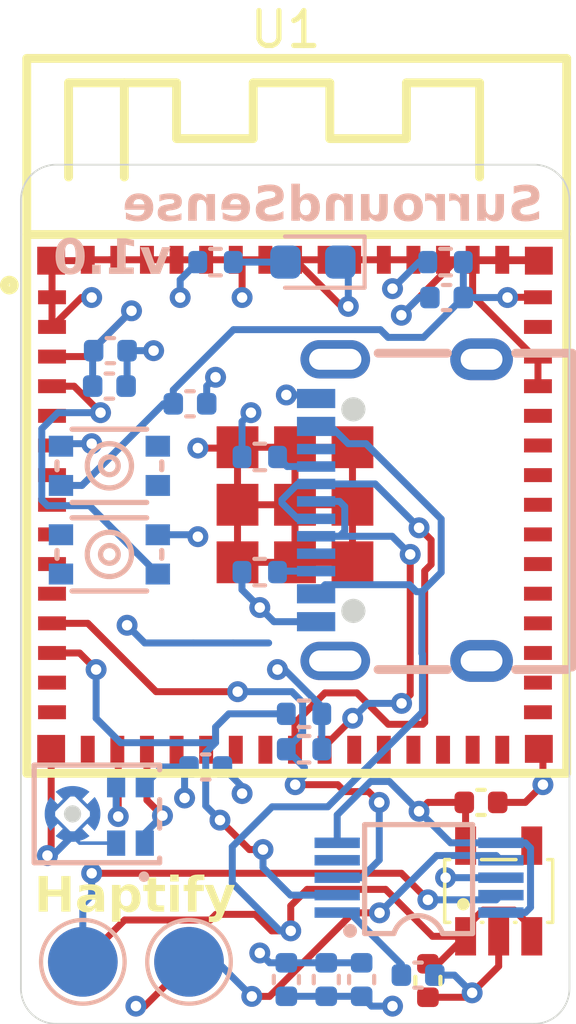
<source format=kicad_pcb>
(kicad_pcb (version 20240108) (generator "pcbnew") (generator_version "8.0")
  (layers (0 "F.Cu" signal) (1 "In1.Cu" signal) (2 "In2.Cu" signal) (31 "B.Cu" signal) (34 "B.Paste" user) (35 "F.Paste" user) (36 "B.SilkS" user "B.Silkscreen") (37 "F.SilkS" user "F.Silkscreen") (38 "B.Mask" user) (39 "F.Mask" user) (44 "Edge.Cuts" user))
  (net 0 "")
  (net 1 "GND")
  (net 2 "+3.3V")
  (net 3 "/en")
  (net 4 "Net-(U2-REG)")
  (net 5 "Net-(D1-A)")
  (net 6 "/out+")
  (net 7 "/out-")
  (net 8 "Net-(USB1-CC2)")
  (net 9 "Net-(USB1-CC1)")
  (net 10 "/sda")
  (net 11 "/scl")
  (net 12 "/boot")
  (net 13 "unconnected-(U1-IO21-Pad25)")
  (net 21 "/mic_data")
  (net 23 "/usb_p")
  (net 25 "/usb_n")
  (net 32 "/mic_clk")
  (net 52 "+5V")
  (footprint "TLV75533PDBVR:SOT-23-5_L3.0-W1.7-P0.95-LS2.8-BR" (layer "F.Cu") (at 141.986 97.282 -90)
    (property "Reference" "U3" (hide yes))
    (property "Value" "~")
  )
  (footprint "Capacitor_SMD:C_0402_1005Metric" (layer "F.Cu") (at 139.954 99.85 90)
    (property "Reference" "C10" (hide yes))
    (property "Value" "1uF" (hide yes))
  )
  (footprint "Capacitor_SMD:C_0402_1005Metric" (layer "F.Cu") (at 141.478 94.742)
    (property "Reference" "C11" (hide yes))
    (property "Value" "1uF" (hide yes))
  )
  (footprint "TestPoint:TestPoint_Pad_D2.0mm" (layer "F.Cu") (at 133.096 99.314 90)
    (property "Reference" "J4" (hide yes))
    (property "Value" "GND_IN" (hide yes))
  )
  (footprint "ESP32-S3-MINI-1-N8:BULETM-SMD_ESP32-S3-MINI-1-N8" (layer "F.Cu") (at 136.1385 86.207)
    (property "Reference" "U1")
    (property "Value" "2.4GHz" (hide yes))
  )
  (footprint "TestPoint:TestPoint_Pad_D2.0mm" (layer "F.Cu") (at 130.048 99.314 90)
    (property "Reference" "J3" (hide yes))
    (property "Value" "VIN" (hide yes))
  )
  (footprint "TestPoint:TestPoint_Pad_D2.0mm" (layer "B.Cu") (at 130.048 99.314 180)
    (property "Reference" "J2" (hide yes))
    (property "Value" "out_negative" (hide yes))
  )
  (footprint "Capacitor_SMD:C_0402_1005Metric" (layer "B.Cu") (at 130.838 81.788)
    (property "Reference" "C2" (hide yes))
    (property "Value" "22uF" (hide yes))
  )
  (footprint "Resistor_SMD:R_0402_1005Metric" (layer "B.Cu") (at 140.46 79.248 180)
    (property "Reference" "R3" (hide yes))
    (property "Value" "10k" (hide yes))
  )
  (footprint "Resistor_SMD:R_0402_1005Metric" (layer "B.Cu") (at 136.398 93.218)
    (property "Reference" "R5" (hide yes))
    (property "Value" "4.7k" (hide yes))
  )
  (footprint "Capacitor_SMD:C_0402_1005Metric" (layer "B.Cu") (at 137.036 99.822 90)
    (property "Reference" "C6" (hide yes))
    (property "Value" "1uF" (hide yes))
  )
  (footprint "TestPoint:TestPoint_Pad_D2.0mm" (layer "B.Cu") (at 133.096 99.314 180)
    (property "Reference" "J1" (hide yes))
    (property "Value" "out_positive" (hide yes))
  )
  (footprint "Resistor_SMD:R_0402_1005Metric" (layer "B.Cu") (at 135.128 84.836 180)
    (property "Reference" "R2" (hide yes))
    (property "Value" "5.1k" (hide yes))
  )
  (footprint "Resistor_SMD:R_0402_1005Metric" (layer "B.Cu") (at 133.856 79.248)
    (property "Reference" "R4" (hide yes))
    (property "Value" "100" (hide yes))
  )
  (footprint "DRV2605LDGSR:VSSOP-10_L3.0-W3.0-P0.50-LS4.9-BL" (layer "B.Cu") (at 139.7 96.901 90)
    (property "Reference" "U2" (hide yes))
    (property "Value" "~" (hide yes))
  )
  (footprint "TYPE-16-C:USB-C-SMD_TYPE-C-6PIN-2MD-073" (layer "B.Cu") (at 139.1195 86.36 -90)
    (property "Reference" "USB1" (hide yes))
    (property "Value" "~" (hide yes))
    (fp_poly (pts (xy -2.54 1.305) (xy -2.55713 1.413156) (xy -2.606844 1.510725) (xy -2.684275 1.588156) (xy -2.781844 1.63787) (xy -2.89 1.655) (xy -2.998156 1.63787) (xy -3.095725 1.588156) (xy -3.173156 1.510725) (xy -3.22287 1.413156) (xy -3.24 1.305) (xy -3.22287 1.196844) (xy -3.173156 1.099275) (xy -3.095725 1.021844) (xy -2.998156 0.97213) (xy -2.89 0.955) (xy -2.781844 0.97213) (xy -2.684275 1.021844) (xy -2.606844 1.099275) (xy -2.55713 1.196844)) (fill solid) (layer "Edge.Cuts"))
    (fp_poly (pts (xy 3.24 1.305) (xy 3.22287 1.413156) (xy 3.173156 1.510725) (xy 3.095725 1.588156) (xy 2.998156 1.63787) (xy 2.89 1.655) (xy 2.781844 1.63787) (xy 2.684275 1.588156) (xy 2.606844 1.510725) (xy 2.55713 1.413156) (xy 2.54 1.305) (xy 2.55713 1.196844) (xy 2.606844 1.099275) (xy 2.684275 1.021844) (xy 2.781844 0.97213) (xy 2.89 0.955) (xy 2.998156 0.97213) (xy 3.095725 1.021844) (xy 3.173156 1.099275) (xy 3.22287 1.196844)) (fill solid) (layer "Edge.Cuts"))
  )
  (footprint "Resistor_SMD:R_0402_1005Metric" (layer "B.Cu") (at 135.126 88.138 180)
    (property "Reference" "R1" (hide yes))
    (property "Value" "5.1k" (hide yes))
  )
  (footprint "Capacitor_SMD:C_0402_1005Metric" (layer "B.Cu") (at 133.576 93.726)
    (property "Reference" "C9" (hide yes))
    (property "Value" "100nF" (hide yes))
  )
  (footprint "Capacitor_SMD:C_0402_1005Metric" (layer "B.Cu") (at 130.81 82.804)
    (property "Reference" "C1" (hide yes))
    (property "Value" "100nF" (hide yes))
  )
  (footprint "TS2819A:SW-SMD_4P-L2.8-W1.9-P1.16-LS3.0" (layer "B.Cu") (at 130.81 85.09)
    (property "Reference" "SW1" (hide yes))
    (property "Value" "~" (hide yes))
  )
  (footprint "Capacitor_SMD:C_0402_1005Metric" (layer "B.Cu") (at 139.672 99.695 180)
    (property "Reference" "C8" (hide yes))
    (property "Value" "1uF" (hide yes))
  )
  (footprint "Capacitor_SMD:C_0402_1005Metric" (layer "B.Cu") (at 135.89 99.822 90)
    (property "Reference" "C5" (hide yes))
    (property "Value" "100nF" (hide yes))
  )
  (footprint "TS2819A:SW-SMD_4P-L2.8-W1.9-P1.16-LS3.0" (layer "B.Cu") (at 130.81 87.63 180)
    (property "Reference" "SW2" (hide yes))
    (property "Value" "~" (hide yes))
  )
  (footprint "Capacitor_SMD:C_0402_1005Metric" (layer "B.Cu") (at 133.124 83.312 180)
    (property "Reference" "C3" (hide yes))
    (property "Value" "100nF" (hide yes))
  )
  (footprint "Capacitor_SMD:C_0402_1005Metric" (layer "B.Cu") (at 138.052 99.822 90)
    (property "Reference" "C7" (hide yes))
    (property "Value" "10uF" (hide yes))
  )
  (footprint "LED_SMD:LED_0603_1608Metric" (layer "B.Cu") (at 136.652 79.248 180)
    (property "Reference" "D1" (hide yes))
    (property "Value" "LED" (hide yes))
  )
  (footprint "Capacitor_SMD:C_0402_1005Metric" (layer "B.Cu") (at 140.49 80.264)
    (property "Reference" "C4" (hide yes))
    (property "Value" "1uF" (hide yes))
  )
  (footprint "Resistor_SMD:R_0402_1005Metric" (layer "B.Cu") (at 136.398 92.202)
    (property "Reference" "R6" (hide yes))
    (property "Value" "4.7k" (hide yes))
  )
  (footprint "T3902:MIC-SMD_5P-L3.5-W2.7-TL_MMICT390200012" (layer "B.Cu") (at 130.4745 95.072 90)
    (property "Reference" "MIC1" (hide yes))
    (property "Value" "~" (hide yes))
    (fp_poly (pts (xy 0.25 -0.722) (xy 0.23097 -0.626329) (xy 0.176777 -0.545223) (xy 0.095671 -0.49103) (xy 0 -0.472) (xy -0.095671 -0.49103) (xy -0.176777 -0.545223) (xy -0.23097 -0.626329) (xy -0.25 -0.722) (xy -0.23097 -0.817671) (xy -0.176777 -0.898777) (xy -0.095671 -0.95297) (xy 0 -0.972) (xy 0.095671 -0.95297) (xy 0.176777 -0.898777) (xy 0.23097 -0.817671)) (fill solid) (layer "Edge.Cuts"))
  )
  (gr_arc (start 128.27 77.47) (mid 128.56758 76.75158) (end 129.286 76.454) (stroke (width 0.05)) (layer "Edge.Cuts"))
  (gr_line (start 144.018 100.076) (end 144.018 77.47) (stroke (width 0.05)) (layer "Edge.Cuts"))
  (gr_arc (start 129.286 101.092) (mid 128.56758 100.79442) (end 128.27 100.076) (stroke (width 0.05)) (layer "Edge.Cuts"))
  (gr_line (start 143.002 76.454) (end 129.286 76.454) (stroke (width 0.05)) (layer "Edge.Cuts"))
  (gr_line (start 128.27 77.47) (end 128.27 100.076) (stroke (width 0.05)) (layer "Edge.Cuts"))
  (gr_arc (start 143.002 76.454) (mid 143.72042 76.75158) (end 144.018 77.47) (stroke (width 0.05)) (layer "Edge.Cuts"))
  (gr_line (start 129.286 101.092) (end 143.002 101.092) (stroke (width 0.05)) (layer "Edge.Cuts"))
  (gr_arc (start 144.018 100.076) (mid 143.72042 100.79442) (end 143.002 101.092) (stroke (width 0.05)) (layer "Edge.Cuts"))
  (gr_text "SurroundSense" (at 143.256 78.232 -0) (layer "B.SilkS") (effects (font (size 1 1) (thickness 0.25) (bold yes)) (justify left bottom mirror)))
  (gr_text "v1.0" (at 132.588 79.756 0) (layer "B.SilkS") (effects (font (size 1 1) (thickness 0.25) (bold yes)) (justify left bottom mirror)))
  (gr_text "Haptify" (at 128.651 98.044 0) (layer "F.SilkS") (effects (font (size 1 1) (thickness 0.25) (bold yes)) (justify left bottom)))
  (segment (start 130.81 79.182) (end 131.0385 79.182) (width 0.2) (layer "F.Cu") (net 1))
  (segment (start 136.1385 86.207) (end 136.1385 87.857) (width 0.2) (layer "F.Cu") (net 1))
  (segment (start 134.4885 84.557) (end 136.1385 84.557) (width 0.2) (layer "F.Cu") (net 1))
  (segment (start 134.62 79.3635) (end 134.4385 79.182) (width 0.2) (layer "F.Cu") (net 1))
  (segment (start 130.302 80.264) (end 130.0065 80.264) (width 0.2) (layer "F.Cu") (net 1))
  (segment (start 133.35 84.582) (end 134.4635 84.582) (width 0.2) (layer "F.Cu") (net 1))
  (segment (start 134.4885 86.207) (end 136.1385 86.207) (width 0.2) (layer "F.Cu") (net 1))
  (segment (start 129.1635 81.107) (end 129.1635 80.257) (width 0.2) (layer "F.Cu") (net 1))
  (segment (start 137.7885 86.207) (end 137.7885 84.557) (width 0.2) (layer "F.Cu") (net 1))
  (segment (start 136.1385 84.557) (end 136.1385 86.207) (width 0.2) (layer "F.Cu") (net 1))
  (segment (start 133.096 99.314) (end 131.826 100.584) (width 0.2) (layer "F.Cu") (net 1))
  (segment (start 129.1635 80.257) (end 129.1635 79.232) (width 0.2) (layer "F.Cu") (net 1))
  (segment (start 143.1135 79.182) (end 143.1385 79.207) (width 0.2) (layer "F.Cu") (net 1))
  (segment (start 141.986 99.441) (end 141.224 100.203) (width 0.2) (layer "F.Cu") (net 1))
  (segment (start 143.1135 82.807) (end 143.1135 81.957) (width 0.2) (layer "F.Cu") (net 1))
  (segment (start 129.1385 96.1595) (end 129.032 96.266) (width 0.2) (layer "F.Cu") (net 1))
  (segment (start 134.4635 84.582) (end 134.4885 84.557) (width 0.2) (layer "F.Cu") (net 1))
  (segment (start 142.989292 81.957) (end 141.2385 80.206208) (width 0.2) (layer "F.Cu") (net 1))
  (segment (start 141.097 100.33) (end 141.224 100.203) (width 0.2) (layer "F.Cu") (net 1))
  (segment (start 141.986 98.582) (end 141.986 99.441) (width 0.2) (layer "F.Cu") (net 1))
  (segment (start 141.2385 80.206208) (end 141.2385 79.182) (width 0.2) (layer "F.Cu") (net 1))
  (segment (start 139.954 100.33) (end 141.097 100.33) (width 0.2) (layer "F.Cu") (net 1))
  (segment (start 136.1385 87.857) (end 134.4885 87.857) (width 0.2) (layer "F.Cu") (net 1))
  (segment (start 143.1135 81.957) (end 142.989292 81.957) (width 0.2) (layer "F.Cu") (net 1))
  (segment (start 136.1385 86.207) (end 137.7885 86.207) (width 0.2) (layer "F.Cu") (net 1))
  (segment (start 143.256 93.3245) (end 143.1385 93.207) (width 0.2) (layer "F.Cu") (net 1))
  (segment (start 129.1635 79.232) (end 129.1385 79.207) (width 0.2) (layer "F.Cu") (net 1))
  (segment (start 142.748 94.742) (end 143.256 94.234) (width 0.2) (layer "F.Cu") (net 1))
  (segment (start 137.668 80.518) (end 137.4745 80.518) (width 0.2) (layer "F.Cu") (net 1))
  (segment (start 137.7885 87.857) (end 137.7885 86.207) (width 0.2) (layer "F.Cu") (net 1))
  (segment (start 130.0065 80.264) (end 129.1635 81.107) (width 0.2) (layer "F.Cu") (net 1))
  (segment (start 137.7885 84.557) (end 136.1385 84.557) (width 0.2) (layer "F.Cu") (net 1))
  (segment (start 137.4745 80.518) (end 136.1385 79.182) (width 0.2) (layer "F.Cu") (net 1))
  (segment (start 134.4885 86.207) (end 134.4885 84.557) (width 0.2) (layer "F.Cu") (net 1))
  (segment (start 130.81 79.182) (end 131.8885 79.182) (width 0.2) (layer "F.Cu") (net 1))
  (segment (start 130.1885 79.182) (end 130.81 79.182) (width 0.2) (layer "F.Cu") (net 1))
  (segment (start 129.1385 79.207) (end 130.1635 79.207) (width 0.2) (layer "F.Cu") (net 1))
  (segment (start 131.826 100.584) (end 131.572 100.584) (width 0.2) (layer "F.Cu") (net 1))
  (segment (start 141.958 94.742) (end 142.748 94.742) (width 0.2) (layer "F.Cu") (net 1))
  (segment (start 140.757 79.207) (end 143.1385 79.207) (width 0.2) (layer "F.Cu") (net 1))
  (segment (start 129.1385 93.207) (end 129.1385 96.1595) (width 0.2) (layer "F.Cu") (net 1))
  (segment (start 136.1385 87.857) (end 137.7885 87.857) (width 0.2) (layer "F.Cu") (net 1))
  (segment (start 139.192 80.772) (end 140.757 79.207) (width 0.2) (layer "F.Cu") (net 1))
  (segment (start 143.256 94.234) (end 143.256 93.3245) (width 0.2) (layer "F.Cu") (net 1))
  (segment (start 130.1635 79.207) (end 130.1885 79.182) (width 0.2) (layer "F.Cu") (net 1))
  (segment (start 131.8885 79.182) (end 143.1135 79.182) (width 0.2) (layer "F.Cu") (net 1))
  (segment (start 134.62 80.264) (end 134.62 79.3635) (width 0.2) (layer "F.Cu") (net 1))
  (segment (start 134.4885 87.857) (end 134.4885 86.207) (width 0.2) (layer "F.Cu") (net 1))
  (via (at 131.572 100.584) (size 0.6) (drill 0.3) (layers "F.Cu" "B.Cu") (net 1))
  (via (at 137.668 80.518) (size 0.6) (drill 0.3) (layers "F.Cu" "B.Cu") (net 1))
  (via (at 140.462 96.901) (size 0.6) (drill 0.3) (layers "F.Cu" "B.Cu") (net 1))
  (via (at 130.302 80.264) (size 0.6) (drill 0.3) (layers "F.Cu" "B.Cu") (net 1))
  (via (at 134.62 94.488) (size 0.6) (drill 0.3) (layers "F.Cu" "B.Cu") (net 1))
  (via (at 129.032 96.266) (size 0.6) (drill 0.3) (layers "F.Cu" "B.Cu") (net 1))
  (via (at 141.224 100.203) (size 0.6) (drill 0.3) (layers "F.Cu" "B.Cu") (net 1))
  (via (at 135.89 83.058) (size 0.6) (drill 0.3) (layers "F.Cu" "B.Cu") (net 1))
  (via (at 143.256 94.234) (size 0.6) (drill 0.3) (layers "F.Cu" "B.Cu") (net 1))
  (via (at 135.128 99.06) (size 0.6) (drill 0.3) (layers "F.Cu" "B.Cu") (net 1))
  (via (at 133.35 84.582) (size 0.6) (drill 0.3) (layers "F.Cu" "B.Cu") (net 1))
  (via (at 135.128 89.154) (size 0.6) (drill 0.3) (layers "F.Cu" "B.Cu") (net 1))
  (via (at 139.192 80.772) (size 0.6) (drill 0.3) (layers "F.Cu" "B.Cu") (net 1))
  (via (at 133.858 82.55) (size 0.6) (drill 0.3) (layers "F.Cu" "B.Cu") (net 1))
  (via (at 130.302 84.455) (size 0.6) (drill 0.3) (layers "F.Cu" "B.Cu") (net 1))
  (via (at 134.62 80.264) (size 0.6) (drill 0.3) (layers "F.Cu" "B.Cu") (net 1))
  (via (at 132.08 81.788) (size 0.6) (drill 0.3) (layers "F.Cu" "B.Cu") (net 1))
  (via (at 134.874 83.566) (size 0.6) (drill 0.3) (layers "F.Cu" "B.Cu") (net 1))
  (via (at 133.35 87.122) (size 0.6) (drill 0.3) (layers "F.Cu" "B.Cu") (net 1))
  (segment (start 129.7575 94.4425) (end 129.7475 94.4425) (width 0.1) (layer "B.Cu") (net 1))
  (segment (start 135.41 99.342) (end 135.128 99.06) (width 0.2) (layer "B.Cu") (net 1))
  (segment (start 134.618 84.836) (end 134.618 83.822) (width 0.2) (layer "B.Cu") (net 1))
  (segment (start 129.9555 95.91) (end 131.004 95.91) (width 0.1) (layer "B.Cu") (net 1))
  (segment (start 131.318 81.788) (end 131.318 82.776) (width 0.2) (layer "B.Cu") (net 1))
  (segment (start 137.036 99.342) (end 138.052 99.342) (width 0.2) (layer "B.Cu") (net 1))
  (segment (start 134.618 83.822) (end 134.874 83.566) (width 0.2) (layer "B.Cu") (net 1))
  (segment (start 133.295 87.067) (end 133.35 87.122) (width 0.2) (layer "B.Cu") (net 1))
  (segment (start 130.3815 95.077) (end 130.3815 95.0665) (width 0.1) (layer "B.Cu") (net 1))
  (segment (start 140.01 80.264) (end 139.7 80.264) (width 0.2) (layer "B.Cu") (net 1))
  (segment (start 129.032 96.266) (end 129.1825 96.266) (width 0.2) (layer "B.Cu") (net 1))
  (segment (start 129.757 95.7015) (end 130.3815 95.077) (width 0.1) (layer "B.Cu") (net 1))
  (segment (start 130.302 84.455) (end 129.492 84.455) (width 0.2) (layer "B.Cu") (net 1))
  (segment (start 131.318 82.776) (end 131.29 82.804) (width 0.2) (layer "B.Cu") (net 1))
  (segment (start 135.534 89.56) (end 135.128 89.154) (width 0.2) (layer "B.Cu") (net 1))
  (segment (start 135.89 99.342) (end 135.41 99.342) (width 0.2) (layer "B.Cu") (net 1))
  (segment (start 134.62 94.488) (end 134.62 94.29) (width 0.2) (layer "B.Cu") (net 1))
  (segment (start 134.616 88.642) (end 135.128 89.154) (width 0.2) (layer "B.Cu") (net 1))
  (segment (start 136.7445 89.56) (end 135.534 89.56) (width 0.2) (layer "B.Cu") (net 1))
  (segment (start 136.652 90.678) (end 136.675 90.701) (width 0.2) (layer "B.Cu") (net 1))
  (segment (start 132.2 87.067) (end 133.295 87.067) (width 0.2) (layer "B.Cu") (net 1))
  (segment (start 129.1825 96.266) (end 129.747 95.7015) (width 0.2) (layer "B.Cu") (net 1))
  (segment (start 133.604 82.804) (end 133.858 82.55) (width 0.2) (layer "B.Cu") (net 1))
  (segment (start 136.715 83.058) (end 136.817 83.16) (width 0.2) (layer "B.Cu") (net 1))
  (segment (start 137.668 79.4765) (end 137.4395 79.248) (width 0.2) (layer "B.Cu") (net 1))
  (segment (start 129.123 95.067) (end 129.123 95.0775) (width 0.1) (layer "B.Cu") (net 1))
  (segment (start 129.747 95.7015) (end 129.9555 95.91) (width 0.1) (layer "B.Cu") (net 1))
  (segment (start 140.152 99.695) (end 140.716 99.695) (width 0.2) (layer "B.Cu") (net 1))
  (segment (start 135.89 83.058) (end 136.715 83.058) (width 0.2) (layer "B.Cu") (net 1))
  (segment (start 137.668 80.518) (end 137.668 79.4765) (width 0.2) (layer "B.Cu") (net 1))
  (segment (start 130.3815 95.0665) (end 129.7575 94.4425) (width 0.1) (layer "B.Cu") (net 1))
  (segment (start 131.318 81.788) (end 132.08 81.788) (width 0.2) (layer "B.Cu") (net 1))
  (segment (start 134.616 88.138) (end 134.616 88.642) (width 0.2) (layer "B.Cu") (net 1))
  (segment (start 136.675 90.701) (end 136.675 90.99566) (width 0.2) (layer "B.Cu") (net 1))
  (segment (start 129.123 95.0775) (end 129.747 95.7015) (width 0.1) (layer "B.Cu") (net 1))
  (segment (start 140.716 99.695) (end 141.224 100.203) (width 0.2) (layer "B.Cu") (net 1))
  (segment (start 142.547 96.901) (end 140.462 96.901) (width 0.2) (layer "B.Cu") (net 1))
  (segment (start 133.604 83.312) (end 133.604 82.804) (width 0.2) (layer "B.Cu") (net 1))
  (segment (start 134.62 94.29) (end 134.056 93.726) (width 0.2) (layer "B.Cu") (net 1))
  (segment (start 129.492 84.455) (end 129.42 84.527) (width 0.2) (layer "B.Cu") (net 1))
  (segment (start 129.7475 94.4425) (end 129.123 95.067) (width 0.1) (layer "B.Cu") (net 1))
  (segment (start 135.89 99.342) (end 137.036 99.342) (width 0.2) (layer "B.Cu") (net 1))
  (segment (start 139.7 80.264) (end 139.192 80.772) (width 0.2) (layer "B.Cu") (net 1))
  (segment (start 142.05 96.901) (end 142.547 96.901) (width 0.2) (layer "B.Cu") (net 1))
  (segment (start 129.747 95.7015) (end 129.757 95.7015) (width 0.1) (layer "B.Cu") (net 1))
  (segment (start 131.445 80.645) (end 130.133 81.957) (width 0.2) (layer "F.Cu") (net 2))
  (segment (start 140.998 94.742) (end 139.954 94.742) (width 0.2) (layer "F.Cu") (net 2))
  (segment (start 141.036 94.78) (end 140.998 94.742) (width 0.2) (layer "F.Cu") (net 2))
  (segment (start 139.954 94.742) (end 139.7 94.996) (width 0.2) (layer "F.Cu") (net 2))
  (segment (start 141.036 95.982) (end 141.036 94.78) (width 0.2) (layer "F.Cu") (net 2))
  (segment (start 130.133 81.957) (end 129.1635 81.957) (width 0.2) (layer "F.Cu") (net 2))
  (via (at 131.445 80.645) (size 0.6) (drill 0.3) (layers "F.Cu" "B.Cu") (net 2))
  (via (at 131.318 89.662) (size 0.6) (drill 0.3) (layers "F.Cu" "B.Cu") (net 2))
  (via (at 138.938 80.01) (size 0.6) (drill 0.3) (layers "F.Cu" "B.Cu") (net 2))
  (via (at 135.636 90.932) (size 0.6) (drill 0.3) (layers "F.Cu" "B.Cu") (net 2))
  (via (at 132.842 80.264) (size 0.6) (drill 0.3) (layers "F.Cu" "B.Cu") (net 2))
  (via (at 132.969 94.615) (size 0.6) (drill 0.3) (layers "F.Cu" "B.Cu") (net 2))
  (via (at 138.938 100.584) (size 0.6) (drill 0.3) (layers "F.Cu" "B.Cu") (net 2))
  (via (at 139.7 94.996) (size 0.6) (drill 0.3) (layers "F.Cu" "B.Cu") (net 2))
  (segment (start 136.908 92.202) (end 136.908 93.218) (width 0.2) (layer "B.Cu") (net 2))
  (segment (start 142.9 96.051) (end 142.75 95.901) (width 0.2) (layer "B.Cu") (net 2))
  (segment (start 137.35 95.100471) (end 138.308471 94.142) (width 0.2) (layer "B.Cu") (net 2))
  (segment (start 142.75 95.901) (end 142.05 95.901) (width 0.2) (layer "B.Cu") (net 2))
  (segment (start 132.842 79.752) (end 133.346 79.248) (width 0.2) (layer "B.Cu") (net 2))
  (segment (start 138.846 94.142) (end 139.7 94.996) (width 0.2) (layer "B.Cu") (net 2))
  (segment (start 138.308471 94.142) (end 138.846 94.142) (width 0.2) (layer "B.Cu") (net 2))
  (segment (start 132.842 80.264) (end 132.842 79.752) (width 0.2) (layer "B.Cu") (net 2))
  (segment (start 138.938 100.584) (end 138.334 100.584) (width 0.2) (layer "B.Cu") (net 2))
  (segment (start 142.9 97.751) (end 142.9 96.051) (width 0.2) (layer "B.Cu") (net 2))
  (segment (start 132.334 93.726) (end 131.826 94.234) (width 0.2) (layer "B.Cu") (net 2))
  (segment (start 133.22 90.17) (end 134.366 90.17) (width 0.2) (layer "B.Cu") (net 2))
  (segment (start 137.35 95.901) (end 137.35 95.100471) (width 0.2) (layer "B.Cu") (net 2))
  (segment (start 131.826 90.17) (end 133.22 90.17) (width 0.2) (layer "B.Cu") (net 2))
  (segment (start 138.334 100.584) (end 138.052 100.302) (width 0.2) (layer "B.Cu") (net 2))
  (segment (start 132.969 93.853) (end 133.096 93.726) (width 0.2) (layer "B.Cu") (net 2))
  (segment (start 130.33 81.76) (end 130.33 82.804) (width 0.2) (layer "B.Cu") (net 2))
  (segment (start 133.096 93.726) (end 132.334 93.726) (width 0.2) (layer "B.Cu") (net 2))
  (segment (start 131.445 80.645) (end 130.33 81.76) (width 0.2) (layer "B.Cu") (net 2))
  (segment (start 137.036 100.302) (end 138.052 100.302) (width 0.2) (layer "B.Cu") (net 2))
  (segment (start 132.969 94.615) (end 132.969 93.853) (width 0.2) (layer "B.Cu") (net 2))
  (segment (start 135.636 90.932) (end 135.839514 90.932) (width 0.2) (layer "B.Cu") (net 2))
  (segment (start 131.318 89.662) (end 131.826 90.17) (width 0.2) (layer "B.Cu") (net 2))
  (segment (start 139.7 79.248) (end 138.938 80.01) (width 0.2) (layer "B.Cu") (net 2))
  (segment (start 136.908 92.000486) (end 136.908 92.202) (width 0.2) (layer "B.Cu") (net 2))
  (segment (start 140.605 95.901) (end 139.7 94.996) (width 0.2) (layer "B.Cu") (net 2))
  (segment (start 135.89 100.302) (end 137.036 100.302) (width 0.2) (layer "B.Cu") (net 2))
  (segment (start 142.05 97.901) (end 142.75 97.901) (width 0.2) (layer "B.Cu") (net 2))
  (segment (start 134.366 90.17) (end 135.382 90.17) (width 0.2) (layer "B.Cu") (net 2))
  (segment (start 142.05 95.901) (end 140.605 95.901) (width 0.2) (layer "B.Cu") (net 2))
  (segment (start 142.75 97.901) (end 142.9 97.751) (width 0.2) (layer "B.Cu") (net 2))
  (segment (start 135.839514 90.932) (end 136.908 92.000486) (width 0.2) (layer "B.Cu") (net 2))
  (segment (start 139.95 79.248) (end 139.7 79.248) (width 0.2) (layer "B.Cu") (net 2))
  (segment (start 143.1135 80.257) (end 142.247 80.257) (width 0.2) (layer "F.Cu") (net 3))
  (segment (start 142.247 80.257) (end 142.24 80.264) (width 0.2) (layer "F.Cu") (net 3))
  (via (at 142.24 80.264) (size 0.6) (drill 0.3) (layers "F.Cu" "B.Cu") (net 3))
  (segment (start 142.24 80.264) (end 140.97 80.264) (width 0.2) (layer "B.Cu") (net 3))
  (segment (start 138.589 81.185) (end 138.811 81.407) (width 0.2) (layer "B.Cu") (net 3))
  (segment (start 132.644 82.915471) (end 134.374471 81.185) (width 0.2) (layer "B.Cu") (net 3))
  (segment (start 139.827 81.407) (end 140.97 80.264) (width 0.2) (layer "B.Cu") (net 3))
  (segment (start 140.97 80.264) (end 140.97 79.248) (width 0.2) (layer "B.Cu") (net 3))
  (segment (start 132.644 83.312) (end 132.364001 83.312) (width 0.2) (layer "B.Cu") (net 3))
  (segment (start 132.644 83.312) (end 132.644 82.915471) (width 0.2) (layer "B.Cu") (net 3))
  (segment (start 132.364001 83.312) (end 130.023001 85.653) (width 0.2) (layer "B.Cu") (net 3))
  (segment (start 134.374471 81.185) (end 138.589 81.185) (width 0.2) (layer "B.Cu") (net 3))
  (segment (start 130.023001 85.653) (end 129.42 85.653) (width 0.2) (layer "B.Cu") (net 3))
  (segment (start 138.811 81.407) (end 139.827 81.407) (width 0.2) (layer "B.Cu") (net 3))
  (segment (start 137.707999 97.901) (end 137.35 97.901) (width 0.2) (layer "B.Cu") (net 4))
  (segment (start 139.192 99.385001) (end 137.707999 97.901) (width 0.2) (layer "B.Cu") (net 4))
  (segment (start 139.192 99.695) (end 139.192 99.385001) (width 0.2) (layer "B.Cu") (net 4))
  (segment (start 134.366 79.248) (end 135.8645 79.248) (width 0.2) (layer "B.Cu") (net 5))
  (segment (start 134.898805 100.305196) (end 135.406804 100.305196) (width 0.2) (layer "F.Cu") (net 6))
  (segment (start 135.406804 100.305196) (end 137.803054 97.908946) (width 0.2) (layer "F.Cu") (net 6))
  (segment (start 137.803054 97.908946) (end 138.565054 97.908946) (width 0.2) (layer "F.Cu") (net 6))
  (segment (start 134.898805 100.305195) (end 134.898805 100.305196) (width 0.2) (layer "F.Cu") (net 6))
  (via (at 138.565054 97.908946) (size 0.6) (drill 0.3) (layers "F.Cu" "B.Cu") (net 6))
  (via (at 134.898805 100.305195) (size 0.6) (drill 0.3) (layers "F.Cu" "B.Cu") (net 6))
  (segment (start 133.90761 99.314) (end 133.096 99.314) (width 0.2) (layer "B.Cu") (net 6))
  (segment (start 134.898805 100.305195) (end 133.90761 99.314) (width 0.2) (layer "B.Cu") (net 6))
  (segment (start 142.05 96.401) (end 141.915 96.266) (width 0.2) (layer "B.Cu") (net 6))
  (segment (start 140.208 96.266) (end 138.565054 97.908946) (width 0.2) (layer "B.Cu") (net 6))
  (segment (start 141.915 96.266) (end 140.208 96.266) (width 0.2) (layer "B.Cu") (net 6))
  (segment (start 139.192 96.774) (end 130.302 96.774) (width 0.2) (layer "F.Cu") (net 7))
  (segment (start 139.954 97.536) (end 139.192 96.774) (width 0.2) (layer "F.Cu") (net 7))
  (via (at 139.954 97.536) (size 0.6) (drill 0.3) (layers "F.Cu" "B.Cu") (net 7))
  (via (at 130.302 96.774) (size 0.6) (drill 0.3) (layers "F.Cu" "B.Cu") (net 7))
  (segment (start 139.954 97.536) (end 141.915 97.536) (width 0.2) (layer "B.Cu") (net 7))
  (segment (start 130.302 97.409) (end 130.048 97.663) (width 0.2) (layer "B.Cu") (net 7))
  (segment (start 130.048 97.663) (end 130.048 99.314) (width 0.2) (layer "B.Cu") (net 7))
  (segment (start 141.915 97.536) (end 142.05 97.401) (width 0.2) (layer "B.Cu") (net 7))
  (segment (start 130.302 96.774) (end 130.302 97.409) (width 0.2) (layer "B.Cu") (net 7))
  (segment (start 136.817 88.11) (end 135.664 88.11) (width 0.2) (layer "B.Cu") (net 8))
  (segment (start 135.664 88.11) (end 135.636 88.138) (width 0.2) (layer "B.Cu") (net 8))
  (segment (start 135.638 84.836) (end 135.912 85.11) (width 0.2) (layer "B.Cu") (net 9))
  (segment (start 135.912 85.11) (end 136.817 85.11) (width 0.2) (layer "B.Cu") (net 9))
  (segment (start 137.564236 94.432) (end 137.366236 94.234) (width 0.2) (layer "F.Cu") (net 10))
  (segment (start 138.247 94.432) (end 137.564236 94.432) (width 0.2) (layer "F.Cu") (net 10))
  (segment (start 134.493 91.567) (end 132.152107 91.567) (width 0.2) (layer "F.Cu") (net 10))
  (segment (start 138.557 94.742) (end 138.247 94.432) (width 0.2) (layer "F.Cu") (net 10))
  (segment (start 130.192107 89.607) (end 129.1635 89.607) (width 0.2) (layer "F.Cu") (net 10))
  (segment (start 137.366236 94.234) (end 136.144 94.234) (width 0.2) (layer "F.Cu") (net 10))
  (segment (start 132.152107 91.567) (end 130.192107 89.607) (width 0.2) (layer "F.Cu") (net 10))
  (via (at 134.493 91.567) (size 0.6) (drill 0.3) (layers "F.Cu" "B.Cu") (net 10))
  (via (at 138.557 94.742) (size 0.6) (drill 0.3) (layers "F.Cu" "B.Cu") (net 10))
  (via (at 136.144 94.234) (size 0.6) (drill 0.3) (layers "F.Cu" "B.Cu") (net 10))
  (segment (start 136.358 91.874498) (end 136.050502 91.567) (width 0.2) (layer "B.Cu") (net 10))
  (segment (start 136.408 93.738) (end 135.888 93.218) (width 0.2) (layer "B.Cu") (net 10))
  (segment (start 136.408 93.97) (end 136.408 93.738) (width 0.2) (layer "B.Cu") (net 10))
  (segment (start 138.05 96.901) (end 137.35 96.901) (width 0.2) (layer "B.Cu") (net 10))
  (segment (start 136.358 92.748) (end 136.358 91.874498) (width 0.2) (layer "B.Cu") (net 10))
  (segment (start 138.557 96.394) (end 138.557 94.742) (width 0.2) (layer "B.Cu") (net 10))
  (segment (start 136.144 94.234) (end 136.408 93.97) (width 0.2) (layer "B.Cu") (net 10))
  (segment (start 138.05 96.901) (end 138.557 96.394) (width 0.2) (layer "B.Cu") (net 10))
  (segment (start 136.050502 91.567) (end 134.493 91.567) (width 0.2) (layer "B.Cu") (net 10))
  (segment (start 135.888 93.218) (end 136.358 92.748) (width 0.2) (layer "B.Cu") (net 10))
  (segment (start 133.985 95.25) (end 134.829388 96.094388) (width 0.2) (layer "F.Cu") (net 11))
  (segment (start 129.954 90.457) (end 129.1635 90.457) (width 0.2) (layer "F.Cu") (net 11))
  (segment (start 130.429 90.932) (end 129.954 90.457) (width 0.2) (layer "F.Cu") (net 11))
  (segment (start 134.829388 96.094388) (end 135.220144 96.094388) (width 0.2) (layer "F.Cu") (net 11))
  (via (at 135.220144 96.094388) (size 0.6) (drill 0.3) (layers "F.Cu" "B.Cu") (net 11))
  (via (at 133.985 95.25) (size 0.6) (drill 0.3) (layers "F.Cu" "B.Cu") (net 11))
  (via (at 130.429 90.932) (size 0.6) (drill 0.3) (layers "F.Cu" "B.Cu") (net 11))
  (segment (start 136.009 97.401) (end 137.35 97.401) (width 0.2) (layer "B.Cu") (net 11))
  (segment (start 135.220144 96.094388) (end 135.220144 96.612144) (width 0.2) (layer "B.Cu") (net 11))
  (segment (start 135.888 92.202) (end 134.239 92.202) (width 0.2) (layer "B.Cu") (net 11))
  (segment (start 135.220144 96.612144) (end 136.009 97.401) (width 0.2) (layer "B.Cu") (net 11))
  (segment (start 133.858 92.583) (end 133.858 93.03) (width 0.2) (layer "B.Cu") (net 11))
  (segment (start 133.576 93.312) (end 133.858 93.03) (width 0.2) (layer "B.Cu") (net 11))
  (segment (start 133.576 94.841) (end 133.576 93.312) (width 0.2) (layer "B.Cu") (net 11))
  (segment (start 131.13 93.03) (end 133.858 93.03) (width 0.2) (layer "B.Cu") (net 11))
  (segment (start 130.429 90.932) (end 130.429 92.329) (width 0.2) (layer "B.Cu") (net 11))
  (segment (start 133.985 95.25) (end 133.576 94.841) (width 0.2) (layer "B.Cu") (net 11))
  (segment (start 130.429 92.329) (end 131.13 93.03) (width 0.2) (layer "B.Cu") (net 11))
  (segment (start 134.239 92.202) (end 133.858 92.583) (width 0.2) (layer "B.Cu") (net 11))
  (segment (start 130.556 83.566) (end 129.797 82.807) (width 0.2) (layer "F.Cu") (net 12))
  (segment (start 129.797 82.807) (end 129.1635 82.807) (width 0.2) (layer "F.Cu") (net 12))
  (via (at 130.556 83.566) (size 0.6) (drill 0.3) (layers "F.Cu" "B.Cu") (net 12))
  (segment (start 128.87 86.071) (end 129.032 86.233) (width 0.2) (layer "B.Cu") (net 12))
  (segment (start 129.331 83.566) (end 128.87 84.027) (width 0.2) (layer "B.Cu") (net 12))
  (segment (start 130.24 86.233) (end 132.2 88.193) (width 0.2) (layer "B.Cu") (net 12))
  (segment (start 129.032 86.233) (end 130.24 86.233) (width 0.2) (layer "B.Cu") (net 12))
  (segment (start 130.556 83.566) (end 129.331 83.566) (width 0.2) (layer "B.Cu") (net 12))
  (segment (start 128.87 84.027) (end 128.87 86.071) (width 0.2) (layer "B.Cu") (net 12))
  (segment (start 137.8385 93.232) (end 137.8385 93.382) (width 0.2) (layer "F.Cu") (net 13))
  (segment (start 131.8885 94.6775) (end 131.8885 93.232) (width 0.2) (layer "F.Cu") (net 21))
  (segment (start 132.334 95.123) (end 131.8885 94.6775) (width 0.2) (layer "F.Cu") (net 21))
  (via (at 132.334 95.123) (size 0.6) (drill 0.3) (layers "F.Cu" "B.Cu") (net 21))
  (segment (start 132.334 95.123) (end 131.826 95.631) (width 0.2) (layer "B.Cu") (net 21))
  (segment (start 131.826 95.631) (end 131.826 95.91) (width 0.2) (layer "B.Cu") (net 21))
  (segment (start 139.197705 91.901822) (end 139.446 91.653527) (width 0.2) (layer "F.Cu") (net 23))
  (segment (start 139.399822 91.901822) (end 139.197705 91.901822) (width 0.2) (layer "F.Cu") (net 23))
  (segment (start 137.795 92.329) (end 136.9885 93.1355) (width 0.2) (layer "F.Cu") (net 23))
  (segment (start 139.446 91.653527) (end 139.446 87.63) (width 0.2) (layer "F.Cu") (net 23))
  (segment (start 136.9885 93.1355) (end 136.9885 93.232) (width 0.2) (layer "F.Cu") (net 23))
  (via (at 139.446 87.63) (size 0.6) (drill 0.3) (layers "F.Cu" "B.Cu") (net 23))
  (via (at 137.795 92.329) (size 0.6) (drill 0.3) (layers "F.Cu" "B.Cu") (net 23))
  (via (at 139.197705 91.901822) (size 0.6) (drill 0.3) (layers "F.Cu" "B.Cu") (net 23))
  (segment (start 137.417 87.11) (end 136.817 87.11) (width 0.2) (layer "B.Cu") (net 23))
  (segment (start 137.567 86.96) (end 137.417 87.11) (width 0.2) (layer "B.Cu") (net 23))
  (segment (start 137.417 86.11) (end 137.567 86.26) (width 0.2) (layer "B.Cu") (net 23))
  (segment (start 138.926 87.11) (end 136.817 87.11) (width 0.2) (layer "B.Cu") (net 23))
  (segment (start 136.817 86.11) (end 137.417 86.11) (width 0.2) (layer "B.Cu") (net 23))
  (segment (start 139.446 87.63) (end 138.926 87.11) (width 0.2) (layer "B.Cu") (net 23))
  (segment (start 138.222178 91.901822) (end 137.795 92.329) (width 0.2) (layer "B.Cu") (net 23))
  (segment (start 139.197705 91.901822) (end 138.222178 91.901822) (width 0.2) (layer "B.Cu") (net 23))
  (segment (start 137.567 86.26) (end 137.567 86.96) (width 0.2) (layer "B.Cu") (net 23))
  (segment (start 140.046 87.919) (end 140.046 87.214) (width 0.2) (layer "F.Cu") (net 25))
  (segment (start 139.862 88.103) (end 140.046 87.919) (width 0.2) (layer "F.Cu") (net 25))
  (segment (start 139.810707 92.501822) (end 138.816351 92.501822) (width 0.2) (layer "F.Cu") (net 25))
  (segment (start 138.816351 92.501822) (end 137.916529 91.602) (width 0.2) (layer "F.Cu") (net 25))
  (segment (start 139.862 92.450529) (end 139.810707 92.501822) (width 0.2) (layer "F.Cu") (net 25))
  (segment (start 136.998 91.602) (end 136.1385 92.4615) (width 0.2) (layer "F.Cu") (net 25))
  (segment (start 136.1385 92.4615) (end 136.1385 93.232) (width 0.2) (layer "F.Cu") (net 25))
  (segment (start 140.046 87.214) (end 139.7 86.868) (width 0.2) (layer "F.Cu") (net 25))
  (segment (start 139.862 92.450529) (end 139.862 88.103) (width 0.2) (layer "F.Cu") (net 25))
  (segment (start 137.916529 91.602) (end 136.998 91.602) (width 0.2) (layer "F.Cu") (net 25))
  (via (at 139.7 86.868) (size 0.6) (drill 0.3) (layers "F.Cu" "B.Cu") (net 25))
  (segment (start 138.442 85.61) (end 139.7 86.868) (width 0.2) (layer "B.Cu") (net 25))
  (segment (start 136.217 85.61) (end 138.442 85.61) (width 0.2) (layer "B.Cu") (net 25))
  (segment (start 135.763 86.156) (end 135.763 86.064) (width 0.2) (layer "B.Cu") (net 25))
  (segment (start 136.217 86.61) (end 135.763 86.156) (width 0.2) (layer "B.Cu") (net 25))
  (segment (start 136.817 86.61) (end 136.217 86.61) (width 0.2) (layer "B.Cu") (net 25))
  (segment (start 135.763 86.064) (end 136.217 85.61) (width 0.2) (layer "B.Cu") (net 25))
  (segment (start 131.064 95.147498) (end 131.064 93.2575) (width 0.2) (layer "F.Cu") (net 32))
  (segment (start 131.064 93.2575) (end 131.0385 93.232) (width 0.2) (layer "F.Cu") (net 32))
  (via (at 131.064 95.147498) (size 0.6) (drill 0.3) (layers "F.Cu" "B.Cu") (net 32))
  (segment (start 131.004 95.087498) (end 131.004 94.234) (width 0.2) (layer "B.Cu") (net 32))
  (segment (start 131.064 95.147498) (end 131.004 95.087498) (width 0.2) (layer "B.Cu") (net 32))
  (segment (start 136.48681 97.236178) (end 138.740815 97.236178) (width 0.2) (layer "F.Cu") (net 52))
  (segment (start 136.017 98.426002) (end 136.017 97.705988) (width 0.2) (layer "F.Cu") (net 52))
  (segment (start 131.248 98.114) (end 130.048 99.314) (width 0.2) (layer "F.Cu") (net 52))
  (segment (start 140.086637 98.582) (end 141.036 98.582) (width 0.2) (layer "F.Cu") (net 52))
  (segment (start 136.017 97.705988) (end 136.48681 97.236178) (width 0.2) (layer "F.Cu") (net 52))
  (segment (start 133.709 98.114) (end 131.248 98.114) (width 0.2) (layer "F.Cu") (net 52))
  (segment (start 140.248 99.37) (end 141.036 98.582) (width 0.2) (layer "F.Cu") (net 52))
  (segment (start 133.871 97.952) (end 133.709 98.114) (width 0.2) (layer "F.Cu") (net 52))
  (segment (start 141.036 98.582) (end 141.036 98.332) (width 0.2) (layer "F.Cu") (net 52))
  (segment (start 142.936 98.332) (end 142.936 98.582) (width 0.2) (layer "F.Cu") (net 52))
  (segment (start 136.017 98.426002) (end 135.469531 98.426002) (width 0.2) (layer "F.Cu") (net 52))
  (segment (start 134.995529 97.952) (end 133.871 97.952) (width 0.2) (layer "F.Cu") (net 52))
  (segment (start 142.436 97.832) (end 142.936 98.332) (width 0.2) (layer "F.Cu") (net 52))
  (segment (start 135.469531 98.426002) (end 134.995529 97.952) (width 0.2) (layer "F.Cu") (net 52))
  (segment (start 138.740815 97.236178) (end 140.086637 98.582) (width 0.2) (layer "F.Cu") (net 52))
  (segment (start 141.536 97.832) (end 142.436 97.832) (width 0.2) (layer "F.Cu") (net 52))
  (segment (start 139.954 99.37) (end 140.248 99.37) (width 0.2) (layer "F.Cu") (net 52))
  (segment (start 141.036 98.332) (end 141.536 97.832) (width 0.2) (layer "F.Cu") (net 52))
  (via (at 136.017 98.426002) (size 0.6) (drill 0.3) (layers "F.Cu" "B.Cu") (net 52))
  (segment (start 134.338 97.054893) (end 134.338 97.028) (width 0.2) (layer "B.Cu") (net 52))
  (segment (start 137.173 83.96) (end 137.668 84.455) (width 0.2) (layer "B.Cu") (net 52))
  (segment (start 135.709109 98.426002) (end 134.338 97.054893) (width 0.2) (layer "B.Cu") (net 52))
  (segment (start 139.78125 88.7) (end 139.627 88.7) (width 0.2) (layer "B.Cu") (net 52))
  (segment (start 136.817 83.96) (end 137.173 83.96) (width 0.2) (layer "B.Cu") (net 52))
  (segment (start 140.335 86.614) (end 140.335 88.14625) (width 0.2) (layer "B.Cu") (net 52))
  (segment (start 139.78125 88.7) (end 139.78125 90.46975) (width 0.2) (layer "B.Cu") (net 52))
  (segment (start 137.668 84.455) (end 138.176 84.455) (width 0.2) (layer "B.Cu") (net 52))
  (segment (start 139.427 88.5) (end 137.0045 88.5) (width 0.2) (layer "B.Cu") (net 52))
  (segment (start 137.079056 94.869) (end 135.481 94.869) (width 0.2) (layer "B.Cu") (net 52))
  (segment (start 140.335 88.14625) (end 139.78125 88.7) (width 0.2) (layer "B.Cu") (net 52))
  (segment (start 139.797705 92.150351) (end 137.079056 94.869) (width 0.2) (layer "B.Cu") (net 52))
  (segment (start 137.0045 88.5) (end 136.7445 88.76) (width 0.2) (layer "B.Cu") (net 52))
  (segment (start 139.797705 90.486205) (end 139.797705 92.150351) (width 0.2) (layer "B.Cu") (net 52))
  (segment (start 136.017 98.426002) (end 135.709109 98.426002) (width 0.2) (layer "B.Cu") (net 52))
  (segment (start 139.627 88.7) (end 139.427 88.5) (width 0.2) (layer "B.Cu") (net 52))
  (segment (start 135.481 94.869) (end 134.338 96.012) (width 0.2) (layer "B.Cu") (net 52))
  (segment (start 138.176 84.455) (end 140.335 86.614) (width 0.2) (layer "B.Cu") (net 52))
  (segment (start 136.817 88.76) (end 136.877 88.7) (width 0.2) (layer "B.Cu") (net 52))
  (segment (start 139.78125 90.46975) (end 139.797705 90.486205) (width 0.2) (layer "B.Cu") (net 52))
  (segment (start 134.338 97.028) (end 134.338 96.012) (width 0.2) (layer "B.Cu") (net 52))
)
</source>
